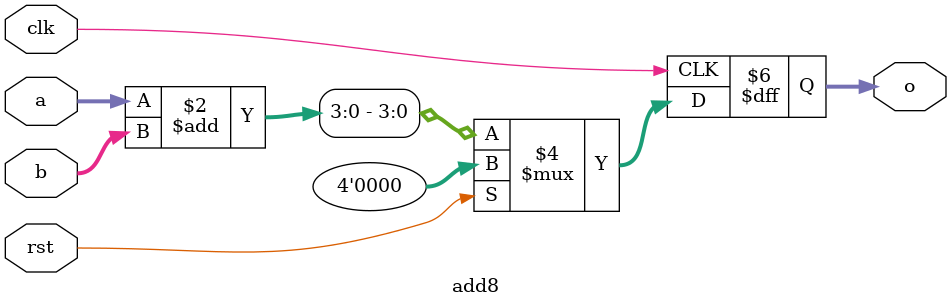
<source format=v>
module add8(
    input [7:0] a,
    input [7:0] b,
    input clk,
    input rst,
    output reg [3:0] o
);

always @ (posedge clk) begin
    if (rst)
        o <= 1'b0;
    else 
        o <= a + b;
end

endmodule
</source>
